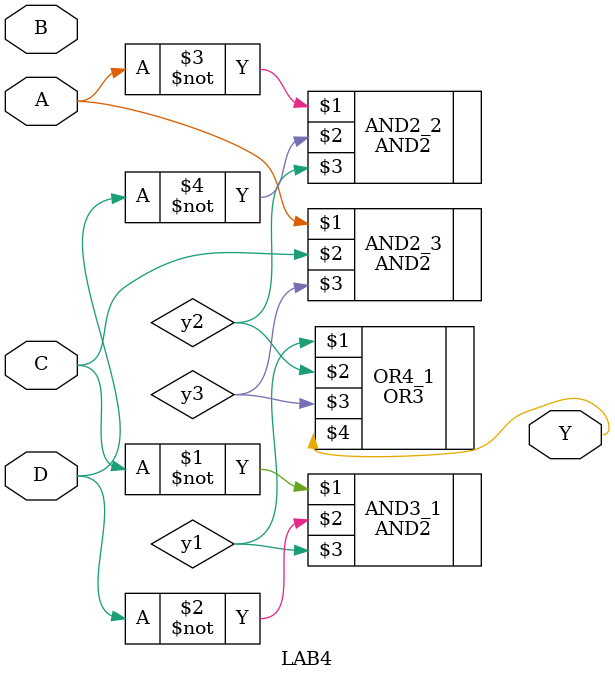
<source format=v>
`timescale 1ns / 1ps
module LAB4(A, B, C, D, Y);
    input A, B, C, D;
    output Y;
    
    wire y1, y2, y3, y4;
     AND2 AND3_1(~C,~D,y1);
     AND2 AND2_2(~A,~D,y2);
     AND2 AND2_3(A,C,y3);
     
     OR3 OR4_1(y1,y2, y3, Y);
endmodule

</source>
